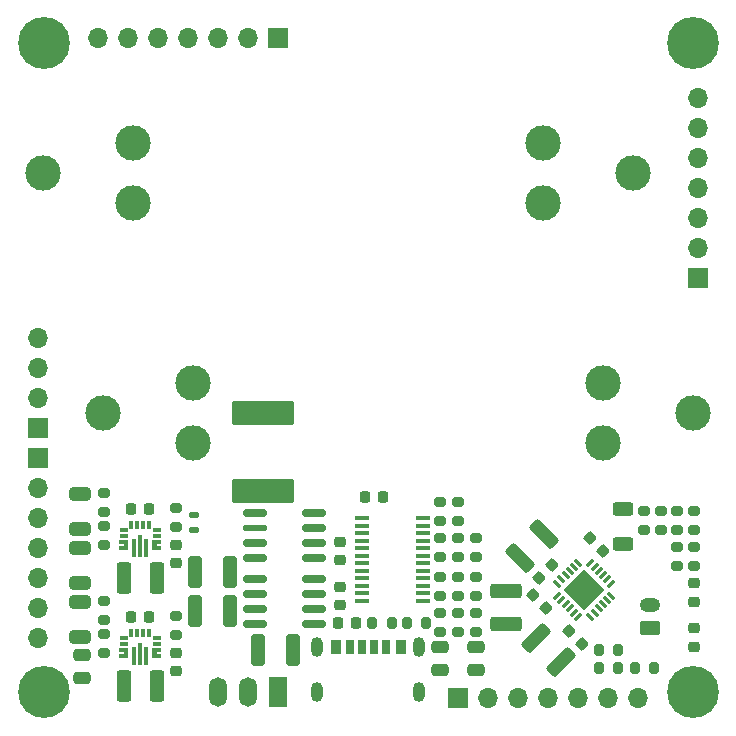
<source format=gts>
G04 #@! TF.GenerationSoftware,KiCad,Pcbnew,(6.0.9)*
G04 #@! TF.CreationDate,2024-01-10T20:12:20+09:00*
G04 #@! TF.ProjectId,BatteryBoard,42617474-6572-4794-926f-6172642e6b69,rev?*
G04 #@! TF.SameCoordinates,Original*
G04 #@! TF.FileFunction,Soldermask,Top*
G04 #@! TF.FilePolarity,Negative*
%FSLAX46Y46*%
G04 Gerber Fmt 4.6, Leading zero omitted, Abs format (unit mm)*
G04 Created by KiCad (PCBNEW (6.0.9)) date 2024-01-10 20:12:20*
%MOMM*%
%LPD*%
G01*
G04 APERTURE LIST*
G04 Aperture macros list*
%AMRoundRect*
0 Rectangle with rounded corners*
0 $1 Rounding radius*
0 $2 $3 $4 $5 $6 $7 $8 $9 X,Y pos of 4 corners*
0 Add a 4 corners polygon primitive as box body*
4,1,4,$2,$3,$4,$5,$6,$7,$8,$9,$2,$3,0*
0 Add four circle primitives for the rounded corners*
1,1,$1+$1,$2,$3*
1,1,$1+$1,$4,$5*
1,1,$1+$1,$6,$7*
1,1,$1+$1,$8,$9*
0 Add four rect primitives between the rounded corners*
20,1,$1+$1,$2,$3,$4,$5,0*
20,1,$1+$1,$4,$5,$6,$7,0*
20,1,$1+$1,$6,$7,$8,$9,0*
20,1,$1+$1,$8,$9,$2,$3,0*%
%AMRotRect*
0 Rectangle, with rotation*
0 The origin of the aperture is its center*
0 $1 length*
0 $2 width*
0 $3 Rotation angle, in degrees counterclockwise*
0 Add horizontal line*
21,1,$1,$2,0,0,$3*%
G04 Aperture macros list end*
%ADD10RoundRect,0.250000X-0.475000X0.250000X-0.475000X-0.250000X0.475000X-0.250000X0.475000X0.250000X0*%
%ADD11RoundRect,0.200000X-0.275000X0.200000X-0.275000X-0.200000X0.275000X-0.200000X0.275000X0.200000X0*%
%ADD12RoundRect,0.225000X-0.250000X0.225000X-0.250000X-0.225000X0.250000X-0.225000X0.250000X0.225000X0*%
%ADD13RoundRect,0.225000X-0.017678X0.335876X-0.335876X0.017678X0.017678X-0.335876X0.335876X-0.017678X0*%
%ADD14RoundRect,0.250000X0.475000X-0.250000X0.475000X0.250000X-0.475000X0.250000X-0.475000X-0.250000X0*%
%ADD15RoundRect,0.250000X0.325000X1.100000X-0.325000X1.100000X-0.325000X-1.100000X0.325000X-1.100000X0*%
%ADD16RoundRect,0.200000X0.275000X-0.200000X0.275000X0.200000X-0.275000X0.200000X-0.275000X-0.200000X0*%
%ADD17RoundRect,0.225000X-0.225000X-0.250000X0.225000X-0.250000X0.225000X0.250000X-0.225000X0.250000X0*%
%ADD18RoundRect,0.200000X-0.200000X-0.275000X0.200000X-0.275000X0.200000X0.275000X-0.200000X0.275000X0*%
%ADD19RoundRect,0.150000X0.825000X0.150000X-0.825000X0.150000X-0.825000X-0.150000X0.825000X-0.150000X0*%
%ADD20RoundRect,0.146250X0.828750X0.146250X-0.828750X0.146250X-0.828750X-0.146250X0.828750X-0.146250X0*%
%ADD21RoundRect,0.250000X-1.007627X-0.548008X-0.548008X-1.007627X1.007627X0.548008X0.548008X1.007627X0*%
%ADD22R,1.500000X2.500000*%
%ADD23O,1.500000X2.500000*%
%ADD24C,3.000000*%
%ADD25R,1.700000X1.700000*%
%ADD26O,1.700000X1.700000*%
%ADD27R,0.700000X1.150000*%
%ADD28R,0.800000X1.150000*%
%ADD29R,0.900000X1.150000*%
%ADD30O,1.000000X1.700000*%
%ADD31RoundRect,0.200000X0.200000X0.275000X-0.200000X0.275000X-0.200000X-0.275000X0.200000X-0.275000X0*%
%ADD32RoundRect,0.225000X0.335876X0.017678X0.017678X0.335876X-0.335876X-0.017678X-0.017678X-0.335876X0*%
%ADD33C,0.700000*%
%ADD34C,4.400000*%
%ADD35RoundRect,0.250000X-0.650000X0.325000X-0.650000X-0.325000X0.650000X-0.325000X0.650000X0.325000X0*%
%ADD36RoundRect,0.250000X-0.625000X0.312500X-0.625000X-0.312500X0.625000X-0.312500X0.625000X0.312500X0*%
%ADD37RoundRect,0.218750X0.256250X-0.218750X0.256250X0.218750X-0.256250X0.218750X-0.256250X-0.218750X0*%
%ADD38RoundRect,0.250000X0.650000X-0.325000X0.650000X0.325000X-0.650000X0.325000X-0.650000X-0.325000X0*%
%ADD39RoundRect,0.077500X-0.122500X0.297500X-0.122500X-0.297500X0.122500X-0.297500X0.122500X0.297500X0*%
%ADD40RoundRect,0.077500X-0.285000X-0.122500X0.285000X-0.122500X0.285000X0.122500X-0.285000X0.122500X0*%
%ADD41RoundRect,0.077500X-0.297500X-0.122500X0.297500X-0.122500X0.297500X0.122500X-0.297500X0.122500X0*%
%ADD42RoundRect,0.079250X-0.120750X0.670750X-0.120750X-0.670750X0.120750X-0.670750X0.120750X0.670750X0*%
%ADD43RoundRect,0.079250X-0.120750X0.845750X-0.120750X-0.845750X0.120750X-0.845750X0.120750X0.845750X0*%
%ADD44RoundRect,0.250000X-1.075000X0.375000X-1.075000X-0.375000X1.075000X-0.375000X1.075000X0.375000X0*%
%ADD45RoundRect,0.100000X2.550000X-0.900000X2.550000X0.900000X-2.550000X0.900000X-2.550000X-0.900000X0*%
%ADD46RoundRect,0.250000X0.625000X-0.350000X0.625000X0.350000X-0.625000X0.350000X-0.625000X-0.350000X0*%
%ADD47O,1.750000X1.200000*%
%ADD48RoundRect,0.250000X0.375000X1.075000X-0.375000X1.075000X-0.375000X-1.075000X0.375000X-1.075000X0*%
%ADD49RoundRect,0.137500X0.262500X-0.137500X0.262500X0.137500X-0.262500X0.137500X-0.262500X-0.137500X0*%
%ADD50RoundRect,0.225000X0.225000X0.250000X-0.225000X0.250000X-0.225000X-0.250000X0.225000X-0.250000X0*%
%ADD51RoundRect,0.062500X0.274004X-0.185616X-0.185616X0.274004X-0.274004X0.185616X0.185616X-0.274004X0*%
%ADD52RoundRect,0.062500X0.274004X0.185616X0.185616X0.274004X-0.274004X-0.185616X-0.185616X-0.274004X0*%
%ADD53RotRect,2.450000X2.450000X135.000000*%
%ADD54RoundRect,0.225000X0.250000X-0.225000X0.250000X0.225000X-0.250000X0.225000X-0.250000X-0.225000X0*%
%ADD55RoundRect,0.250000X-0.548008X1.007627X-1.007627X0.548008X0.548008X-1.007627X1.007627X-0.548008X0*%
%ADD56RoundRect,0.225000X-0.335876X-0.017678X-0.017678X-0.335876X0.335876X0.017678X0.017678X0.335876X0*%
%ADD57R,1.200000X0.400000*%
G04 APERTURE END LIST*
G36*
X129671000Y-123747000D02*
G01*
X129671000Y-124547000D01*
X129621000Y-124597000D01*
X128971000Y-124597000D01*
X128921000Y-124547000D01*
X128921000Y-124272000D01*
X128971000Y-124222000D01*
X129296000Y-124222000D01*
X129296000Y-124072000D01*
X128971000Y-124072000D01*
X128921000Y-124022000D01*
X128921000Y-123747000D01*
X128971000Y-123697000D01*
X129621000Y-123697000D01*
X129671000Y-123747000D01*
G37*
G36*
X132471000Y-123747000D02*
G01*
X132471000Y-124022000D01*
X132421000Y-124072000D01*
X132096000Y-124072000D01*
X132096000Y-124222000D01*
X132421000Y-124222000D01*
X132471000Y-124272000D01*
X132471000Y-124547000D01*
X132421000Y-124597000D01*
X131771000Y-124597000D01*
X131721000Y-124547000D01*
X131721000Y-123747000D01*
X131771000Y-123697000D01*
X132421000Y-123697000D01*
X132471000Y-123747000D01*
G37*
G36*
X132471000Y-114603000D02*
G01*
X132471000Y-114878000D01*
X132421000Y-114928000D01*
X132096000Y-114928000D01*
X132096000Y-115078000D01*
X132421000Y-115078000D01*
X132471000Y-115128000D01*
X132471000Y-115403000D01*
X132421000Y-115453000D01*
X131771000Y-115453000D01*
X131721000Y-115403000D01*
X131721000Y-114603000D01*
X131771000Y-114553000D01*
X132421000Y-114553000D01*
X132471000Y-114603000D01*
G37*
G36*
X129671000Y-114603000D02*
G01*
X129671000Y-115403000D01*
X129621000Y-115453000D01*
X128971000Y-115453000D01*
X128921000Y-115403000D01*
X128921000Y-115128000D01*
X128971000Y-115078000D01*
X129296000Y-115078000D01*
X129296000Y-114928000D01*
X128971000Y-114928000D01*
X128921000Y-114878000D01*
X128921000Y-114603000D01*
X128971000Y-114553000D01*
X129621000Y-114553000D01*
X129671000Y-114603000D01*
G37*
D10*
X125793800Y-124348400D03*
X125793800Y-126248400D03*
D11*
X127648000Y-122543000D03*
X127648000Y-124193000D03*
D12*
X133744000Y-124117000D03*
X133744000Y-125667000D03*
D11*
X156096000Y-111367000D03*
X156096000Y-113017000D03*
D13*
X165534008Y-116723992D03*
X164437992Y-117820008D03*
D14*
X156096000Y-125588000D03*
X156096000Y-123688000D03*
D11*
X127648000Y-119749000D03*
X127648000Y-121399000D03*
D15*
X138267000Y-117272000D03*
X135317000Y-117272000D03*
D16*
X157620000Y-119367000D03*
X157620000Y-117717000D03*
D17*
X147447000Y-121590000D03*
X148997000Y-121590000D03*
D18*
X153239000Y-121590000D03*
X154889000Y-121590000D03*
D19*
X145363000Y-116129000D03*
X145363000Y-114859000D03*
X145363000Y-113589000D03*
X145363000Y-112319000D03*
X140413000Y-112319000D03*
D20*
X140413000Y-113581500D03*
D19*
X140413000Y-114859000D03*
X140413000Y-116129000D03*
D11*
X157620000Y-114415000D03*
X157620000Y-116065000D03*
D21*
X164224000Y-122860000D03*
X166309966Y-124945966D03*
D22*
X142380000Y-127432000D03*
D23*
X139840000Y-127432000D03*
X137300000Y-127432000D03*
D24*
X164810000Y-80950000D03*
X164810000Y-86030000D03*
X172430000Y-83490000D03*
X122490000Y-83490000D03*
X130110000Y-80950000D03*
X130110000Y-86030000D03*
D25*
X122060000Y-107620000D03*
D26*
X122060000Y-110160000D03*
X122060000Y-112700000D03*
X122060000Y-115240000D03*
X122060000Y-117780000D03*
X122060000Y-120320000D03*
X122060000Y-122860000D03*
D27*
X149500000Y-123641000D03*
D28*
X151520000Y-123641000D03*
D29*
X152750000Y-123641000D03*
D27*
X150500000Y-123641000D03*
D28*
X148480000Y-123641000D03*
D29*
X147250000Y-123641000D03*
D30*
X145680000Y-123641000D03*
X154320000Y-123641000D03*
X145680000Y-127441000D03*
X154320000Y-127441000D03*
D31*
X174193000Y-125400000D03*
X172543000Y-125400000D03*
D32*
X169852008Y-115534008D03*
X168755992Y-114437992D03*
D33*
X175850000Y-127500000D03*
X178666726Y-128666726D03*
X178666726Y-126333274D03*
X179150000Y-127500000D03*
D34*
X177500000Y-127500000D03*
D33*
X177500000Y-129150000D03*
X177500000Y-125850000D03*
X176333274Y-126333274D03*
X176333274Y-128666726D03*
D16*
X159144000Y-122415000D03*
X159144000Y-120765000D03*
D35*
X125616000Y-115289000D03*
X125616000Y-118239000D03*
D11*
X173368000Y-112129000D03*
X173368000Y-113779000D03*
D36*
X171590000Y-111999500D03*
X171590000Y-114924500D03*
D37*
X177559000Y-123647500D03*
X177559000Y-122072500D03*
D16*
X159144000Y-119367000D03*
X159144000Y-117717000D03*
D38*
X125616000Y-122811000D03*
X125616000Y-119861000D03*
D39*
X131446000Y-122472000D03*
X130946000Y-122472000D03*
X130446000Y-122472000D03*
X129946000Y-122472000D03*
D40*
X129283500Y-122897000D03*
D41*
X129296000Y-123397000D03*
D42*
X130196000Y-124397000D03*
D43*
X130696000Y-124222000D03*
D42*
X131196000Y-124397000D03*
D41*
X132096000Y-123397000D03*
D40*
X132108500Y-122897000D03*
D12*
X133744000Y-114973000D03*
X133744000Y-116523000D03*
D44*
X161684000Y-118920000D03*
X161684000Y-121720000D03*
D11*
X174765000Y-112129000D03*
X174765000Y-113779000D03*
D15*
X143601000Y-123876000D03*
X140651000Y-123876000D03*
D11*
X156096000Y-117717000D03*
X156096000Y-119367000D03*
X157620000Y-111367000D03*
X157620000Y-113017000D03*
D16*
X177559000Y-116827000D03*
X177559000Y-115177000D03*
D24*
X127570000Y-103810000D03*
X135190000Y-106350000D03*
X135190000Y-101270000D03*
X169890000Y-101270000D03*
X177510000Y-103810000D03*
X169890000Y-106350000D03*
D16*
X157620000Y-122415000D03*
X157620000Y-120765000D03*
D25*
X142380000Y-72060000D03*
D26*
X139840000Y-72060000D03*
X137300000Y-72060000D03*
X134760000Y-72060000D03*
X132220000Y-72060000D03*
X129680000Y-72060000D03*
X127140000Y-72060000D03*
D45*
X141110000Y-103810000D03*
X141110000Y-110410000D03*
D11*
X177559000Y-112129000D03*
X177559000Y-113779000D03*
D37*
X177559000Y-119837500D03*
X177559000Y-118262500D03*
D16*
X176162000Y-113779000D03*
X176162000Y-112129000D03*
D46*
X173834000Y-122082000D03*
D47*
X173834000Y-120082000D03*
D25*
X122060000Y-105080000D03*
D26*
X122060000Y-102540000D03*
X122060000Y-100000000D03*
X122060000Y-97460000D03*
D25*
X177940000Y-92380000D03*
D26*
X177940000Y-89840000D03*
X177940000Y-87300000D03*
X177940000Y-84760000D03*
X177940000Y-82220000D03*
X177940000Y-79680000D03*
X177940000Y-77140000D03*
D19*
X145363000Y-121717000D03*
X145363000Y-120447000D03*
X145363000Y-119177000D03*
X145363000Y-117907000D03*
X140413000Y-117907000D03*
X140413000Y-119177000D03*
X140413000Y-120447000D03*
X140413000Y-121717000D03*
D25*
X157620000Y-127940000D03*
D26*
X160160000Y-127940000D03*
X162700000Y-127940000D03*
X165240000Y-127940000D03*
X167780000Y-127940000D03*
X170320000Y-127940000D03*
X172860000Y-127940000D03*
D11*
X127648000Y-113399000D03*
X127648000Y-115049000D03*
D33*
X122500000Y-129150000D03*
X123666726Y-128666726D03*
X121333274Y-128666726D03*
X121333274Y-126333274D03*
X122500000Y-125850000D03*
X124150000Y-127500000D03*
X120850000Y-127500000D03*
D34*
X122500000Y-127500000D03*
D33*
X123666726Y-126333274D03*
D48*
X132096000Y-117780000D03*
X129296000Y-117780000D03*
D32*
X165026008Y-120360008D03*
X163929992Y-119263992D03*
D16*
X156096000Y-116065000D03*
X156096000Y-114415000D03*
D49*
X135268000Y-113706000D03*
X135268000Y-112456000D03*
D18*
X169495000Y-125400000D03*
X171145000Y-125400000D03*
D15*
X138267000Y-120574000D03*
X135317000Y-120574000D03*
D48*
X132096000Y-126924000D03*
X129296000Y-126924000D03*
D50*
X151270000Y-110922000D03*
X149720000Y-110922000D03*
D33*
X123666726Y-73666726D03*
X121333274Y-71333274D03*
D34*
X122500000Y-72500000D03*
D33*
X121333274Y-73666726D03*
X123666726Y-71333274D03*
X120850000Y-72500000D03*
X122500000Y-70850000D03*
X124150000Y-72500000D03*
X122500000Y-74150000D03*
D38*
X125616000Y-113667000D03*
X125616000Y-110717000D03*
D51*
X168809491Y-121085258D03*
X169163045Y-120731705D03*
X169516598Y-120378151D03*
X169870151Y-120024598D03*
X170223705Y-119671045D03*
X170577258Y-119317491D03*
D52*
X170577258Y-118274509D03*
X170223705Y-117920955D03*
X169870151Y-117567402D03*
X169516598Y-117213849D03*
X169163045Y-116860295D03*
X168809491Y-116506742D03*
D51*
X167766509Y-116506742D03*
X167412955Y-116860295D03*
X167059402Y-117213849D03*
X166705849Y-117567402D03*
X166352295Y-117920955D03*
X165998742Y-118274509D03*
D52*
X165998742Y-119317491D03*
X166352295Y-119671045D03*
X166705849Y-120024598D03*
X167059402Y-120378151D03*
X167412955Y-120731705D03*
X167766509Y-121085258D03*
D53*
X168288000Y-118796000D03*
D54*
X147587000Y-116269000D03*
X147587000Y-114719000D03*
D14*
X159144000Y-125588000D03*
X159144000Y-123688000D03*
D39*
X131446000Y-113328000D03*
X130946000Y-113328000D03*
X130446000Y-113328000D03*
X129946000Y-113328000D03*
D40*
X129283500Y-113753000D03*
D41*
X129296000Y-114253000D03*
D42*
X130196000Y-115253000D03*
D43*
X130696000Y-115078000D03*
D42*
X131196000Y-115253000D03*
D41*
X132096000Y-114253000D03*
D40*
X132108500Y-113753000D03*
D18*
X169495000Y-123876000D03*
X171145000Y-123876000D03*
D16*
X156096000Y-122415000D03*
X156096000Y-120765000D03*
D55*
X164885983Y-114070017D03*
X162800017Y-116155983D03*
D11*
X133744000Y-121019000D03*
X133744000Y-122669000D03*
D56*
X166977992Y-122311992D03*
X168074008Y-123408008D03*
D50*
X131471000Y-111938000D03*
X129921000Y-111938000D03*
D33*
X178666726Y-71333274D03*
X175850000Y-72500000D03*
X176333274Y-71333274D03*
X176333274Y-73666726D03*
X177500000Y-70850000D03*
X179150000Y-72500000D03*
X177500000Y-74150000D03*
X178666726Y-73666726D03*
D34*
X177500000Y-72500000D03*
D18*
X150318000Y-121590000D03*
X151968000Y-121590000D03*
D11*
X133744000Y-111875000D03*
X133744000Y-113525000D03*
D50*
X131471000Y-121082000D03*
X129921000Y-121082000D03*
D54*
X147587000Y-120079000D03*
X147587000Y-118529000D03*
D16*
X176162000Y-116827000D03*
X176162000Y-115177000D03*
D57*
X154632000Y-119748500D03*
X154632000Y-119113500D03*
X154632000Y-118478500D03*
X154632000Y-117843500D03*
X154632000Y-117208500D03*
X154632000Y-116573500D03*
X154632000Y-115938500D03*
X154632000Y-115303500D03*
X154632000Y-114668500D03*
X154632000Y-114033500D03*
X154632000Y-113398500D03*
X154632000Y-112763500D03*
X149432000Y-112763500D03*
X149432000Y-113398500D03*
X149432000Y-114033500D03*
X149432000Y-114668500D03*
X149432000Y-115303500D03*
X149432000Y-115938500D03*
X149432000Y-116573500D03*
X149432000Y-117208500D03*
X149432000Y-117843500D03*
X149432000Y-118478500D03*
X149432000Y-119113500D03*
X149432000Y-119748500D03*
D11*
X159144000Y-114415000D03*
X159144000Y-116065000D03*
X127648000Y-110605000D03*
X127648000Y-112255000D03*
M02*

</source>
